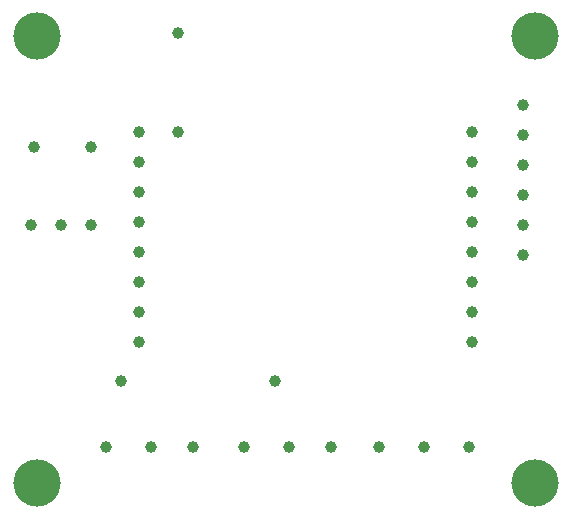
<source format=gbr>
G04 Generated by Ultiboard *
%FSLAX25Y25*%
%MOIN*%

%ADD10C,0.15748*%
%ADD11C,0.03937*%


G04 ColorRGB 000000 for the following layer *
%LNDrill-Copper Top-Copper Bottom*%
%LPD*%
%FSLAX25Y25*%
%MOIN*%
G54D10*
X8000Y234000D03*
X174000Y234000D03*
X8000Y383000D03*
X174000Y383000D03*
G54D11*
X55000Y351000D03*
X55000Y384000D03*
X122000Y246000D03*
X152000Y246000D03*
X137000Y246000D03*
X60000Y246000D03*
X31000Y246000D03*
X46000Y246000D03*
X92000Y246000D03*
X77000Y246000D03*
X106000Y246000D03*
X42000Y311000D03*
X42000Y281000D03*
X42000Y291000D03*
X42000Y301000D03*
X42000Y351000D03*
X42000Y341000D03*
X42000Y321000D03*
X42000Y331000D03*
X153000Y311021D03*
X153000Y281021D03*
X153000Y301021D03*
X153000Y291021D03*
X153000Y321021D03*
X153000Y341021D03*
X153000Y331021D03*
X153000Y351000D03*
X36000Y268000D03*
X87181Y268000D03*
X6000Y320000D03*
X16000Y320000D03*
X26000Y320000D03*
X26000Y346000D03*
X7000Y346000D03*
X170000Y320000D03*
X170000Y310000D03*
X170000Y350000D03*
X170000Y330000D03*
X170000Y340000D03*
X170000Y360000D03*

M00*

</source>
